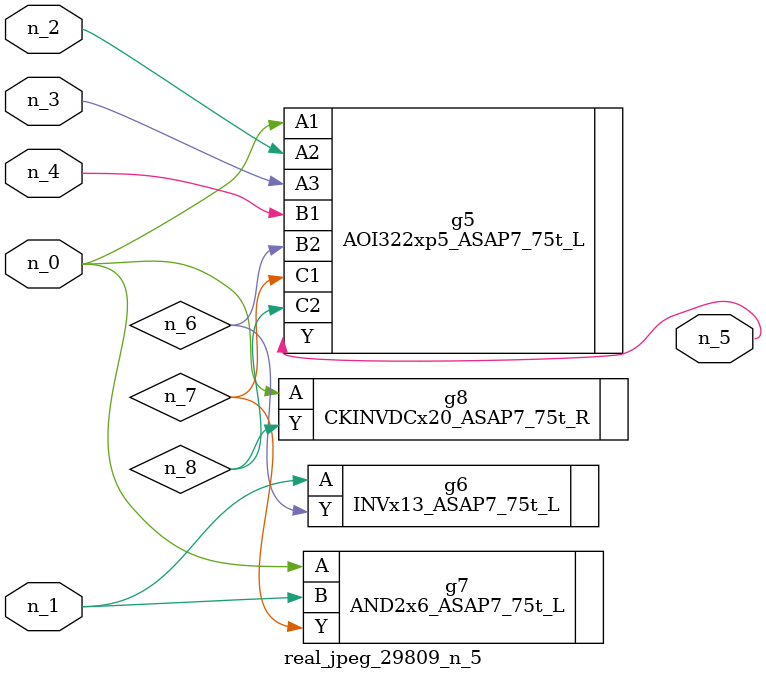
<source format=v>
module real_jpeg_29809_n_5 (n_4, n_0, n_1, n_2, n_3, n_5);

input n_4;
input n_0;
input n_1;
input n_2;
input n_3;

output n_5;

wire n_8;
wire n_6;
wire n_7;

AOI322xp5_ASAP7_75t_L g5 ( 
.A1(n_0),
.A2(n_2),
.A3(n_3),
.B1(n_4),
.B2(n_6),
.C1(n_7),
.C2(n_8),
.Y(n_5)
);

AND2x6_ASAP7_75t_L g7 ( 
.A(n_0),
.B(n_1),
.Y(n_7)
);

CKINVDCx20_ASAP7_75t_R g8 ( 
.A(n_0),
.Y(n_8)
);

INVx13_ASAP7_75t_L g6 ( 
.A(n_1),
.Y(n_6)
);


endmodule
</source>
